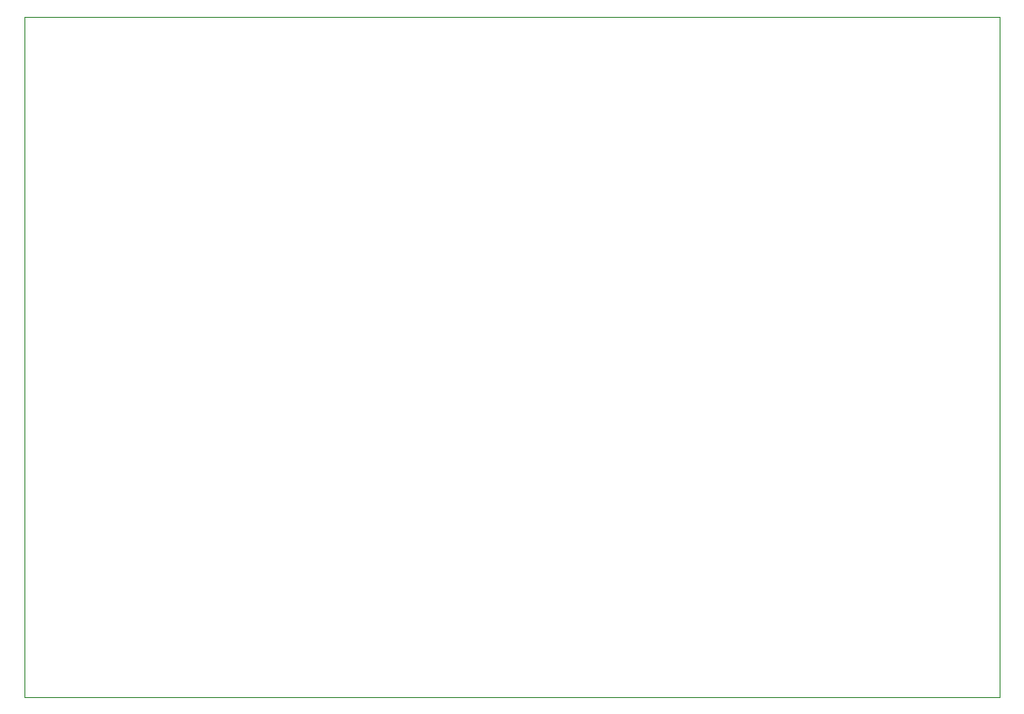
<source format=gm1>
G04*
G04 #@! TF.GenerationSoftware,Altium Limited,Altium Designer,19.0.12 (326)*
G04*
G04 Layer_Color=16711935*
%FSLAX25Y25*%
%MOIN*%
G70*
G01*
G75*
%ADD37C,0.00100*%
D37*
X1524Y239897D02*
X347524D01*
X1524Y-1603D02*
Y239897D01*
Y-1603D02*
X347524D01*
X347524Y239897D01*
M02*

</source>
